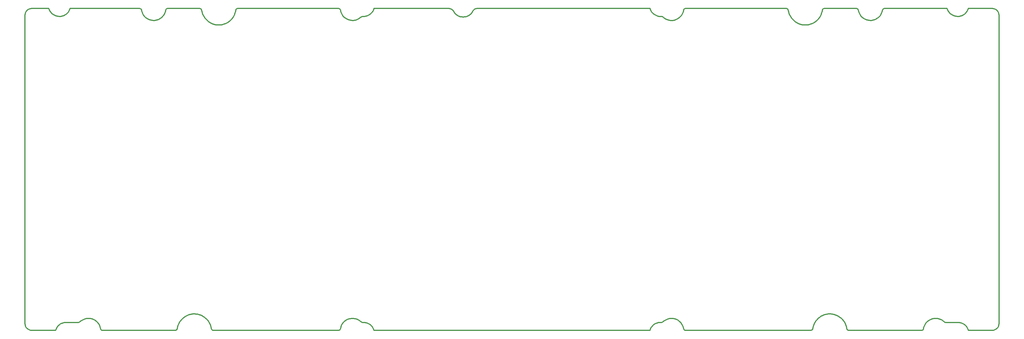
<source format=gbr>
%TF.GenerationSoftware,KiCad,Pcbnew,7.0.1*%
%TF.CreationDate,2023-03-31T22:15:08-04:00*%
%TF.ProjectId,PCB,5043422e-6b69-4636-9164-5f7063625858,rev?*%
%TF.SameCoordinates,Original*%
%TF.FileFunction,Profile,NP*%
%FSLAX46Y46*%
G04 Gerber Fmt 4.6, Leading zero omitted, Abs format (unit mm)*
G04 Created by KiCad (PCBNEW 7.0.1) date 2023-03-31 22:15:08*
%MOMM*%
%LPD*%
G01*
G04 APERTURE LIST*
%ADD10C,0.350000*%
G04 APERTURE END LIST*
D10*
X109991864Y-113346236D02*
X110333176Y-113233457D01*
X110536989Y-112946407D01*
X110562867Y-112776891D01*
X287846878Y-19146301D02*
X287846856Y-19146258D01*
X20337883Y-19146258D02*
X19934875Y-19187009D01*
X19559516Y-19303614D01*
X19219839Y-19488039D01*
X18923878Y-19732250D01*
X18679668Y-20028210D01*
X18495241Y-20367886D01*
X18378633Y-20743242D01*
X18337876Y-21146244D01*
X117262867Y-111021249D02*
X117662476Y-111045664D01*
X118049665Y-111117452D01*
X118421034Y-111234074D01*
X118773187Y-111392996D01*
X119102723Y-111591681D01*
X119406246Y-111827594D01*
X119680356Y-112098198D01*
X119921656Y-112400958D01*
X120126746Y-112733337D01*
X120292230Y-113092800D01*
X120378870Y-113346236D01*
X269507881Y-19146258D02*
X269384503Y-19160275D01*
X27296869Y-113346236D02*
X27434059Y-112970126D01*
X27613124Y-112619409D01*
X27830664Y-112296621D01*
X28083280Y-112004299D01*
X28367573Y-111744976D01*
X28680146Y-111521191D01*
X29017600Y-111335479D01*
X29376535Y-111190375D01*
X29753553Y-111088416D01*
X30145256Y-111032137D01*
X30412871Y-111021249D01*
X301037869Y-113346236D02*
X301440876Y-113305484D01*
X301816235Y-113188879D01*
X302155912Y-113004454D01*
X302451873Y-112760243D01*
X302696083Y-112464283D01*
X302880510Y-112124607D01*
X302997118Y-111749251D01*
X303037876Y-111346250D01*
X73333873Y-113346236D02*
X74323176Y-113346236D01*
X204112863Y-111021249D02*
X204380870Y-111021249D01*
X286859858Y-110753242D02*
X287156243Y-110951404D01*
X287505856Y-111021249D01*
X300787862Y-19146258D02*
X294078862Y-19146258D01*
X29338432Y-21336693D02*
X28853233Y-21441741D01*
X28370221Y-21471834D01*
X27896251Y-21430686D01*
X27438181Y-21322015D01*
X27002866Y-21149535D01*
X26597163Y-20916962D01*
X26227929Y-20628014D01*
X25902020Y-20286405D01*
X25626292Y-19895852D01*
X25407602Y-19460070D01*
X25296883Y-19146258D01*
X294078862Y-19146258D02*
X293938107Y-19530003D01*
X293752735Y-19888940D01*
X293526049Y-20219765D01*
X293261348Y-20519179D01*
X292961934Y-20783880D01*
X292631109Y-21010566D01*
X292272172Y-21195938D01*
X291888427Y-21336693D01*
X204366874Y-21471245D02*
X204112863Y-21471245D01*
X280415871Y-113346236D02*
X280757199Y-113233440D01*
X280961006Y-112946356D01*
X280986875Y-112776826D01*
X280986875Y-112776826D02*
X280986875Y-112775254D01*
X79921865Y-19715582D02*
X79921865Y-19717240D01*
X72549770Y-111895033D02*
X72661118Y-112249940D01*
X72747507Y-112616759D01*
X72777878Y-112790241D01*
X268936856Y-19717240D02*
X268840253Y-20120314D01*
X268699821Y-20503812D01*
X268518356Y-20864935D01*
X268298657Y-21200884D01*
X268043523Y-21508861D01*
X267755752Y-21786067D01*
X267438143Y-22029703D01*
X267093494Y-22236971D01*
X266724604Y-22405072D01*
X266334270Y-22531206D01*
X266063518Y-22590600D01*
X56565517Y-22590600D02*
X56204430Y-22636599D01*
X55847418Y-22645781D01*
X55496557Y-22619589D01*
X54986335Y-22517135D01*
X54501619Y-22343215D01*
X54049411Y-22102702D01*
X53636711Y-21800471D01*
X53270520Y-21441397D01*
X52957839Y-21030354D01*
X52705670Y-20572217D01*
X52574632Y-20243035D01*
X52475674Y-19896534D01*
X52438874Y-19717240D01*
X303037876Y-21396250D02*
X303037876Y-21146244D01*
X240884520Y-19146258D02*
X240882884Y-19146258D01*
X117036869Y-21471245D02*
X116678607Y-21556642D01*
X116472864Y-21705232D01*
X248041879Y-113346236D02*
X248374410Y-113235626D01*
X248580269Y-112929138D01*
X248597874Y-112790241D01*
X210812863Y-19717240D02*
X210724455Y-20092310D01*
X210596690Y-20453888D01*
X210431077Y-20798968D01*
X210229126Y-21124545D01*
X209992347Y-21427614D01*
X209905942Y-21523116D01*
X142277275Y-19146258D02*
X120378870Y-19146258D01*
X143606996Y-19952863D02*
X143403141Y-19655465D01*
X143139372Y-19419020D01*
X142828734Y-19251439D01*
X142484274Y-19160632D01*
X142277275Y-19146258D01*
X110562867Y-112776891D02*
X110562867Y-112775254D01*
X25296883Y-19146258D02*
X20587868Y-19146258D01*
X291888427Y-21336693D02*
X291403229Y-21441741D01*
X290920221Y-21471832D01*
X290446257Y-21430684D01*
X289988193Y-21322011D01*
X289552883Y-21149532D01*
X289147185Y-20916961D01*
X288777953Y-20628017D01*
X288452042Y-20286414D01*
X288176309Y-19895871D01*
X287957608Y-19460102D01*
X287846878Y-19146301D01*
X20337883Y-113346236D02*
X20587437Y-113346236D01*
X109993867Y-19146301D02*
X80492222Y-19146323D01*
X20587868Y-19146258D02*
X20337883Y-19146258D01*
X62303862Y-113346236D02*
X62636394Y-113235626D01*
X62842265Y-112929138D01*
X62859879Y-112790241D01*
X210812863Y-19715603D02*
X210812863Y-19717240D01*
X60009859Y-19146258D02*
X59947072Y-19152502D01*
X303037876Y-111346250D02*
X303037876Y-111096244D01*
X18337876Y-111346250D02*
X18378633Y-111749251D01*
X18495241Y-112124607D01*
X18679668Y-112464283D01*
X18923878Y-112760243D01*
X19219839Y-113004454D01*
X19559516Y-113188879D01*
X19934875Y-113305484D01*
X20337883Y-113346236D01*
X80492222Y-19146323D02*
X80151287Y-19259272D01*
X79947719Y-19546181D01*
X79921865Y-19715582D01*
X36262428Y-109901743D02*
X36623513Y-109855759D01*
X36980521Y-109846592D01*
X37331376Y-109872799D01*
X37841586Y-109975273D01*
X38326286Y-110149213D01*
X38778476Y-110389743D01*
X39191154Y-110691988D01*
X39557322Y-111051075D01*
X39869977Y-111462127D01*
X40122121Y-111920272D01*
X40253142Y-112249456D01*
X40352084Y-112595959D01*
X40388877Y-112775254D01*
X120378870Y-19146280D02*
X120241673Y-19522388D01*
X120062606Y-19873102D01*
X119845065Y-20195886D01*
X119592449Y-20488204D01*
X119308156Y-20747521D01*
X118995584Y-20971302D01*
X118658133Y-21157011D01*
X118299200Y-21302113D01*
X117922183Y-21404072D01*
X117530481Y-21460353D01*
X117262867Y-21471245D01*
X69432863Y-19146258D02*
X60009859Y-19146258D01*
X143607297Y-19952690D02*
X143606996Y-19952863D01*
X204869880Y-110818246D02*
X205166041Y-110567298D01*
X205486162Y-110351114D01*
X205827173Y-110171243D01*
X206186005Y-110029234D01*
X206559590Y-109926636D01*
X206686866Y-109901463D01*
X31528867Y-19146258D02*
X31388113Y-19530003D01*
X31202744Y-19888940D01*
X30976060Y-20219765D01*
X30711362Y-20519179D01*
X30411949Y-20783880D01*
X30081123Y-21010566D01*
X29722184Y-21195938D01*
X29338432Y-21336693D01*
X51867871Y-19146258D02*
X51789775Y-19146258D01*
X211382251Y-113346236D02*
X211383866Y-113346236D01*
X240882884Y-19146258D02*
X211383866Y-19146258D01*
X204380870Y-111021249D02*
X204721211Y-110931024D01*
X204869880Y-110818246D01*
X79921865Y-19717240D02*
X79843263Y-20116402D01*
X79734132Y-20503354D01*
X79595780Y-20876786D01*
X79429514Y-21235391D01*
X79236643Y-21577858D01*
X79018476Y-21902881D01*
X78776322Y-22209149D01*
X78511488Y-22495356D01*
X78225283Y-22760191D01*
X77919017Y-23002348D01*
X77593996Y-23220517D01*
X77251530Y-23413389D01*
X76892927Y-23579656D01*
X76519496Y-23718010D01*
X76132544Y-23827142D01*
X75733382Y-23905744D01*
X111480877Y-110957644D02*
X111744173Y-110706249D01*
X112026048Y-110486907D01*
X112323972Y-110299685D01*
X112795426Y-110079231D01*
X113288781Y-109931438D01*
X113795507Y-109856538D01*
X114307077Y-109854766D01*
X114814963Y-109926354D01*
X115310637Y-110071536D01*
X115785570Y-110290543D01*
X116086459Y-110477678D01*
X116371813Y-110697798D01*
X116507875Y-110820249D01*
X52438874Y-19717240D02*
X52325936Y-19376195D01*
X52038689Y-19172746D01*
X51991464Y-19160211D01*
X269384503Y-19160275D02*
X269080344Y-19338825D01*
X268939139Y-19665124D01*
X268936856Y-19715646D01*
X258515873Y-112790241D02*
X258626482Y-113122772D01*
X258932970Y-113328631D01*
X259071869Y-113346236D01*
X287505856Y-111021249D02*
X290962859Y-111021249D01*
X247183361Y-23905744D02*
X246672356Y-23958920D01*
X246168301Y-23960276D01*
X245674073Y-23911919D01*
X245192554Y-23815953D01*
X244726623Y-23674484D01*
X244279161Y-23489617D01*
X243853046Y-23263458D01*
X243451159Y-22998111D01*
X243076381Y-22695683D01*
X242731590Y-22358277D01*
X242419667Y-21988001D01*
X242143491Y-21586959D01*
X241905944Y-21157257D01*
X241709903Y-20700999D01*
X241558251Y-20220291D01*
X241453866Y-19717240D01*
X59438877Y-19717240D02*
X59342274Y-20120314D01*
X59201840Y-20503812D01*
X59020373Y-20864935D01*
X58800671Y-21200884D01*
X58545534Y-21508861D01*
X58257760Y-21786067D01*
X57940148Y-22029703D01*
X57595497Y-22236971D01*
X57226604Y-22405072D01*
X56836270Y-22531206D01*
X56565517Y-22590600D01*
X241453866Y-19717240D02*
X241341096Y-19375944D01*
X241054038Y-19172135D01*
X240884520Y-19146258D01*
X117262867Y-21471245D02*
X117036869Y-21471245D01*
X116472864Y-21705232D02*
X116180654Y-21946963D01*
X115865889Y-22155299D01*
X115531443Y-22328813D01*
X115180189Y-22466080D01*
X114815001Y-22565674D01*
X114690673Y-22590255D01*
X75733382Y-23905744D02*
X75222374Y-23958920D01*
X74718315Y-23960276D01*
X74224084Y-23911919D01*
X73742563Y-23815953D01*
X73276630Y-23674484D01*
X72829166Y-23489617D01*
X72403050Y-23263458D01*
X72001162Y-22998111D01*
X71626382Y-22695683D01*
X71281591Y-22358277D01*
X70969667Y-21988001D01*
X70693492Y-21586959D01*
X70455944Y-21157257D01*
X70259903Y-20700999D01*
X70108251Y-20220291D01*
X70003866Y-19717240D01*
X209905942Y-21523116D02*
X209643796Y-21775683D01*
X209362930Y-21996285D01*
X209065869Y-22184840D01*
X208595439Y-22407410D01*
X208102782Y-22557423D01*
X207596424Y-22634609D01*
X207084893Y-22638694D01*
X206576714Y-22569409D01*
X206080415Y-22426482D01*
X205604522Y-22209640D01*
X205302806Y-22023882D01*
X205016477Y-21805072D01*
X204879871Y-21683248D01*
X211383866Y-19146258D02*
X211042553Y-19259027D01*
X210838740Y-19546084D01*
X210812863Y-19715603D01*
X200996882Y-19146258D02*
X150518202Y-19146258D01*
X261367573Y-19146258D02*
X261365872Y-19146258D01*
X280986875Y-112775254D02*
X281070935Y-112415344D01*
X281191275Y-112067630D01*
X281346593Y-111734778D01*
X281535590Y-111419453D01*
X281756965Y-111124323D01*
X281837727Y-111030895D01*
X149193433Y-19952712D02*
X148956893Y-20346134D01*
X148675360Y-20687201D01*
X148355259Y-20975892D01*
X148003013Y-21212185D01*
X147625047Y-21396057D01*
X147227786Y-21527488D01*
X146817654Y-21606454D01*
X146401075Y-21632936D01*
X145984474Y-21606909D01*
X145574275Y-21528354D01*
X145176903Y-21397248D01*
X144798782Y-21213569D01*
X144446337Y-20977295D01*
X144125991Y-20688405D01*
X143844169Y-20346877D01*
X143607297Y-19952690D01*
X261365872Y-19146258D02*
X261339775Y-19146258D01*
X248597874Y-112790241D02*
X248671068Y-112418957D01*
X248771331Y-112058444D01*
X248825789Y-111895657D01*
X70003866Y-19717240D02*
X69891274Y-19376212D01*
X69604614Y-19172395D01*
X69435296Y-19146344D01*
X51991464Y-19160211D02*
X51869550Y-19146258D01*
X59438877Y-19715582D02*
X59438877Y-19717240D01*
X120378870Y-19146258D02*
X120378870Y-19146280D01*
X72777878Y-112790241D02*
X72888487Y-113122772D01*
X73194975Y-113328631D01*
X73333873Y-113346236D01*
X248825789Y-111895657D02*
X249019237Y-111423752D01*
X249257424Y-110977526D01*
X249537601Y-110559769D01*
X249857020Y-110173275D01*
X250212931Y-109820836D01*
X250602586Y-109505245D01*
X251023236Y-109229293D01*
X251472132Y-108995773D01*
X251946526Y-108807478D01*
X252443668Y-108667200D01*
X252786378Y-108601737D01*
X261339775Y-19146258D02*
X251942868Y-19146258D01*
X120378870Y-113346236D02*
X200996882Y-113346236D01*
X259071869Y-113346236D02*
X280415871Y-113346236D01*
X18337876Y-21146244D02*
X18337876Y-21396250D01*
X69434542Y-19146258D02*
X69432863Y-19146258D01*
X251371865Y-19715646D02*
X251371865Y-19717240D01*
X261425536Y-19152179D02*
X261367573Y-19146258D01*
X150518202Y-19146258D02*
X150161570Y-19190578D01*
X149831285Y-19315547D01*
X149540276Y-19513375D01*
X149301474Y-19776270D01*
X149193433Y-19952712D01*
X116992879Y-111021249D02*
X117262867Y-111021249D01*
X59947072Y-19152502D02*
X59622155Y-19299719D01*
X59449148Y-19608430D01*
X59438877Y-19715582D01*
X51869550Y-19146258D02*
X51867871Y-19146258D01*
X204879871Y-21683248D02*
X204577870Y-21502297D01*
X204366874Y-21471245D01*
X204112863Y-21471245D02*
X203713259Y-21446824D01*
X203326075Y-21375034D01*
X202954709Y-21258410D01*
X202602559Y-21099488D01*
X202273025Y-20900803D01*
X201969503Y-20664892D01*
X201695394Y-20394290D01*
X201454095Y-20091532D01*
X201249005Y-19759155D01*
X201083521Y-19399693D01*
X200996882Y-19146258D01*
X69435296Y-19146344D02*
X69434542Y-19146258D01*
X62859879Y-112790241D02*
X62938480Y-112391077D01*
X63047611Y-112004125D01*
X63185964Y-111630693D01*
X63352230Y-111272089D01*
X63545100Y-110929621D01*
X63763268Y-110604599D01*
X64005423Y-110298330D01*
X64270257Y-110012124D01*
X64556463Y-109747288D01*
X64862731Y-109505131D01*
X65187753Y-109286963D01*
X65530222Y-109094091D01*
X65888827Y-108927823D01*
X66262261Y-108789470D01*
X66649216Y-108680338D01*
X67048383Y-108601737D01*
X281837727Y-111030895D02*
X282093955Y-110772206D01*
X282369651Y-110545044D01*
X282662290Y-110349548D01*
X283127496Y-110115985D01*
X283616626Y-109954455D01*
X284121158Y-109865432D01*
X284632574Y-109849384D01*
X285142353Y-109906784D01*
X285641976Y-110038102D01*
X286122923Y-110243809D01*
X286428971Y-110422506D01*
X286720407Y-110634615D01*
X286859858Y-110753242D01*
X200996882Y-113346236D02*
X201134072Y-112970126D01*
X201313135Y-112619409D01*
X201530673Y-112296621D01*
X201783286Y-112004299D01*
X202067577Y-111744976D01*
X202380147Y-111521191D01*
X202717597Y-111335479D01*
X203076530Y-111190375D01*
X203453546Y-111088416D01*
X203845248Y-111032137D01*
X204112863Y-111021249D01*
X67048383Y-108601737D02*
X67501652Y-108551970D01*
X67949648Y-108543152D01*
X68390374Y-108573811D01*
X68821832Y-108642475D01*
X69242027Y-108747673D01*
X69648963Y-108887931D01*
X70040641Y-109061779D01*
X70415067Y-109267743D01*
X70770243Y-109504353D01*
X71104172Y-109770136D01*
X71414859Y-110063619D01*
X71700306Y-110383332D01*
X71958517Y-110727802D01*
X72187496Y-111095556D01*
X72385246Y-111485124D01*
X72549770Y-111895033D01*
X294078862Y-113346236D02*
X300788293Y-113346236D01*
X40958222Y-113346236D02*
X40959880Y-113346236D01*
X18337876Y-21396250D02*
X18337876Y-111096244D01*
X300788293Y-113346236D02*
X301037869Y-113346236D01*
X261936853Y-19717240D02*
X261821830Y-19374540D01*
X261529980Y-19172938D01*
X261425536Y-19152179D01*
X110562867Y-112775254D02*
X110652146Y-112397252D01*
X110781387Y-112033006D01*
X110949038Y-111685587D01*
X111153546Y-111358069D01*
X111393361Y-111053523D01*
X111480877Y-110957644D01*
X18337876Y-111096244D02*
X18337876Y-111346250D01*
X110562867Y-19717240D02*
X110450178Y-19376056D01*
X110163297Y-19172248D01*
X109993867Y-19146301D01*
X116507875Y-110820249D02*
X116825663Y-111000575D01*
X116992879Y-111021249D01*
X301037869Y-19146258D02*
X300787862Y-19146258D01*
X51789775Y-19146258D02*
X31528867Y-19146258D01*
X33987868Y-111021249D02*
X34328372Y-110917869D01*
X34421886Y-110841242D01*
X252786378Y-108601737D02*
X253297382Y-108548560D01*
X253801438Y-108547203D01*
X254295667Y-108595560D01*
X254777187Y-108691526D01*
X255243119Y-108832995D01*
X255690583Y-109017862D01*
X256116699Y-109244021D01*
X256518587Y-109509368D01*
X256893366Y-109811797D01*
X257238158Y-110149202D01*
X257550081Y-110519478D01*
X257826256Y-110920520D01*
X258063802Y-111350223D01*
X258259841Y-111806481D01*
X258411491Y-112287188D01*
X258515873Y-112790241D01*
X34421886Y-110841242D02*
X34720611Y-110583782D01*
X35044308Y-110362025D01*
X35389766Y-110177611D01*
X35753775Y-110032179D01*
X36133124Y-109927369D01*
X36262428Y-109901743D01*
X287846856Y-19146258D02*
X269507881Y-19146258D01*
X20587437Y-113346236D02*
X20587847Y-113346236D01*
X211383866Y-113346236D02*
X247057529Y-113346236D01*
X303037876Y-111096244D02*
X303037876Y-21396250D01*
X251371865Y-19717240D02*
X251293263Y-20116406D01*
X251184131Y-20503360D01*
X251045778Y-20876795D01*
X250879510Y-21235400D01*
X250686638Y-21577868D01*
X250468470Y-21902890D01*
X250226313Y-22209158D01*
X249961478Y-22495364D01*
X249675271Y-22760199D01*
X249369002Y-23002354D01*
X249043980Y-23220521D01*
X248701512Y-23413392D01*
X248342908Y-23579658D01*
X247969476Y-23718011D01*
X247582524Y-23827142D01*
X247183361Y-23905744D01*
X30412871Y-111021249D02*
X33987868Y-111021249D01*
X40388877Y-112775254D02*
X40501655Y-113116549D01*
X40788705Y-113320358D01*
X40958222Y-113346236D01*
X303037876Y-21146244D02*
X302997118Y-20743242D01*
X302880510Y-20367886D01*
X302696083Y-20028210D01*
X302451873Y-19732250D01*
X302155912Y-19488039D01*
X301816235Y-19303614D01*
X301440876Y-19187009D01*
X301037869Y-19146258D01*
X206686866Y-109901463D02*
X207047941Y-109855518D01*
X207404935Y-109846388D01*
X207755773Y-109872628D01*
X208265952Y-109975149D01*
X208750614Y-110149128D01*
X209202760Y-110389691D01*
X209615391Y-110691962D01*
X209981507Y-111051068D01*
X210294110Y-111462132D01*
X210546199Y-111920281D01*
X210677183Y-112249464D01*
X210776088Y-112595962D01*
X210812863Y-112775254D01*
X74323176Y-113346236D02*
X109991864Y-113346236D01*
X247057529Y-113346236D02*
X248041879Y-113346236D01*
X210812863Y-112775254D02*
X210925657Y-113116565D01*
X211212730Y-113320367D01*
X211382251Y-113346236D01*
X20587847Y-113346236D02*
X27296869Y-113346236D01*
X40959880Y-113346236D02*
X62303862Y-113346236D01*
X290962859Y-111021249D02*
X291362468Y-111045664D01*
X291749656Y-111117452D01*
X292121026Y-111234074D01*
X292473178Y-111392996D01*
X292802715Y-111591681D01*
X293106237Y-111827594D01*
X293380348Y-112098198D01*
X293621647Y-112400958D01*
X293826738Y-112733337D01*
X293992221Y-113092800D01*
X294078862Y-113346236D01*
X114690673Y-22590255D02*
X114329538Y-22636328D01*
X113972474Y-22645578D01*
X113621555Y-22619449D01*
X113111237Y-22517076D01*
X112626417Y-22343221D01*
X112174097Y-22102758D01*
X111761279Y-21800561D01*
X111394967Y-21441503D01*
X111082163Y-21030457D01*
X110829869Y-20572298D01*
X110698748Y-20243091D01*
X110599708Y-19896555D01*
X110562867Y-19717240D01*
X251942868Y-19146258D02*
X251601555Y-19259045D01*
X251397742Y-19546117D01*
X251371865Y-19715646D01*
X268936856Y-19715646D02*
X268936856Y-19717240D01*
X266063518Y-22590600D02*
X265702427Y-22636599D01*
X265345413Y-22645781D01*
X264994550Y-22619589D01*
X264484326Y-22517135D01*
X263999610Y-22343215D01*
X263547401Y-22102702D01*
X263134701Y-21800471D01*
X262768509Y-21441397D01*
X262455828Y-21030354D01*
X262203657Y-20572217D01*
X262072616Y-20243035D01*
X261973655Y-19896534D01*
X261936853Y-19717240D01*
M02*

</source>
